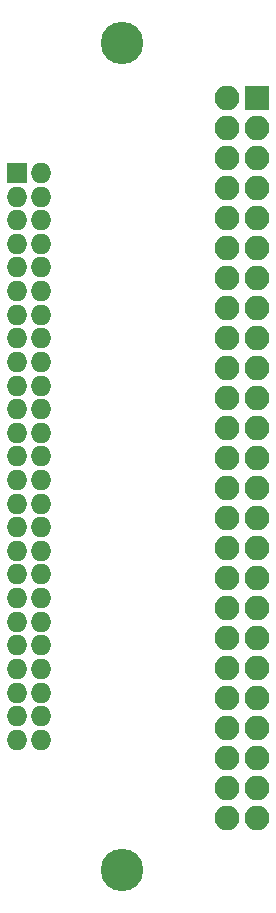
<source format=gbr>
G04 #@! TF.GenerationSoftware,KiCad,Pcbnew,(5.0.0)*
G04 #@! TF.CreationDate,2019-10-17T23:20:27+01:00*
G04 #@! TF.ProjectId,dataVideo_interface,64617461566964656F5F696E74657266,rev?*
G04 #@! TF.SameCoordinates,Original*
G04 #@! TF.FileFunction,Soldermask,Top*
G04 #@! TF.FilePolarity,Negative*
%FSLAX46Y46*%
G04 Gerber Fmt 4.6, Leading zero omitted, Abs format (unit mm)*
G04 Created by KiCad (PCBNEW (5.0.0)) date 10/17/19 23:20:27*
%MOMM*%
%LPD*%
G01*
G04 APERTURE LIST*
%ADD10C,3.600000*%
%ADD11R,1.750000X1.750000*%
%ADD12O,1.750000X1.750000*%
%ADD13R,2.100000X2.100000*%
%ADD14O,2.100000X2.100000*%
G04 APERTURE END LIST*
D10*
G04 #@! TO.C,REF\002A\002A*
X127000000Y-153000000D03*
G04 #@! TD*
D11*
G04 #@! TO.C,J1*
X118110000Y-93980000D03*
D12*
X120110000Y-93980000D03*
X118110000Y-95980000D03*
X120110000Y-95980000D03*
X118110000Y-97980000D03*
X120110000Y-97980000D03*
X118110000Y-99980000D03*
X120110000Y-99980000D03*
X118110000Y-101980000D03*
X120110000Y-101980000D03*
X118110000Y-103980000D03*
X120110000Y-103980000D03*
X118110000Y-105980000D03*
X120110000Y-105980000D03*
X118110000Y-107980000D03*
X120110000Y-107980000D03*
X118110000Y-109980000D03*
X120110000Y-109980000D03*
X118110000Y-111980000D03*
X120110000Y-111980000D03*
X118110000Y-113980000D03*
X120110000Y-113980000D03*
X118110000Y-115980000D03*
X120110000Y-115980000D03*
X118110000Y-117980000D03*
X120110000Y-117980000D03*
X118110000Y-119980000D03*
X120110000Y-119980000D03*
X118110000Y-121980000D03*
X120110000Y-121980000D03*
X118110000Y-123980000D03*
X120110000Y-123980000D03*
X118110000Y-125980000D03*
X120110000Y-125980000D03*
X118110000Y-127980000D03*
X120110000Y-127980000D03*
X118110000Y-129980000D03*
X120110000Y-129980000D03*
X118110000Y-131980000D03*
X120110000Y-131980000D03*
X118110000Y-133980000D03*
X120110000Y-133980000D03*
X118110000Y-135980000D03*
X120110000Y-135980000D03*
X118110000Y-137980000D03*
X120110000Y-137980000D03*
X118110000Y-139980000D03*
X120110000Y-139980000D03*
X118110000Y-141980000D03*
X120110000Y-141980000D03*
G04 #@! TD*
D13*
G04 #@! TO.C,J2*
X138430000Y-87630000D03*
D14*
X135890000Y-87630000D03*
X138430000Y-90170000D03*
X135890000Y-90170000D03*
X138430000Y-92710000D03*
X135890000Y-92710000D03*
X138430000Y-95250000D03*
X135890000Y-95250000D03*
X138430000Y-97790000D03*
X135890000Y-97790000D03*
X138430000Y-100330000D03*
X135890000Y-100330000D03*
X138430000Y-102870000D03*
X135890000Y-102870000D03*
X138430000Y-105410000D03*
X135890000Y-105410000D03*
X138430000Y-107950000D03*
X135890000Y-107950000D03*
X138430000Y-110490000D03*
X135890000Y-110490000D03*
X138430000Y-113030000D03*
X135890000Y-113030000D03*
X138430000Y-115570000D03*
X135890000Y-115570000D03*
X138430000Y-118110000D03*
X135890000Y-118110000D03*
X138430000Y-120650000D03*
X135890000Y-120650000D03*
X138430000Y-123190000D03*
X135890000Y-123190000D03*
X138430000Y-125730000D03*
X135890000Y-125730000D03*
X138430000Y-128270000D03*
X135890000Y-128270000D03*
X138430000Y-130810000D03*
X135890000Y-130810000D03*
X138430000Y-133350000D03*
X135890000Y-133350000D03*
X138430000Y-135890000D03*
X135890000Y-135890000D03*
X138430000Y-138430000D03*
X135890000Y-138430000D03*
X138430000Y-140970000D03*
X135890000Y-140970000D03*
X138430000Y-143510000D03*
X135890000Y-143510000D03*
X138430000Y-146050000D03*
X135890000Y-146050000D03*
X138430000Y-148590000D03*
X135890000Y-148590000D03*
G04 #@! TD*
D10*
G04 #@! TO.C,REF\002A\002A*
X127000000Y-83000000D03*
G04 #@! TD*
M02*

</source>
